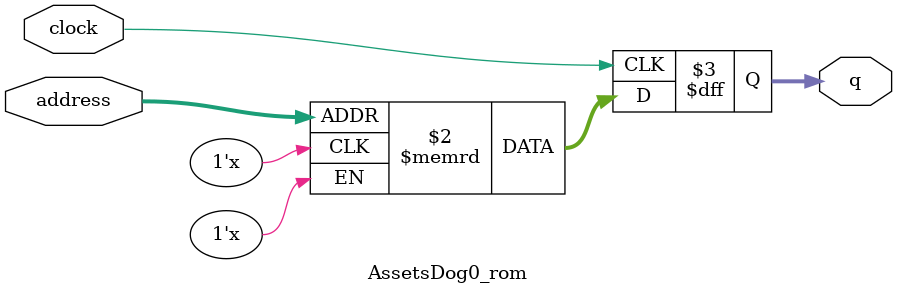
<source format=sv>
module AssetsDog0_rom (
	input logic clock,
	input logic [11:0] address,
	output logic [3:0] q
);

logic [3:0] memory [0:2199] /* synthesis ram_init_file = "./AssetsDog0/AssetsDog0.mif" */;

always_ff @ (posedge clock) begin
	q <= memory[address];
end

endmodule

</source>
